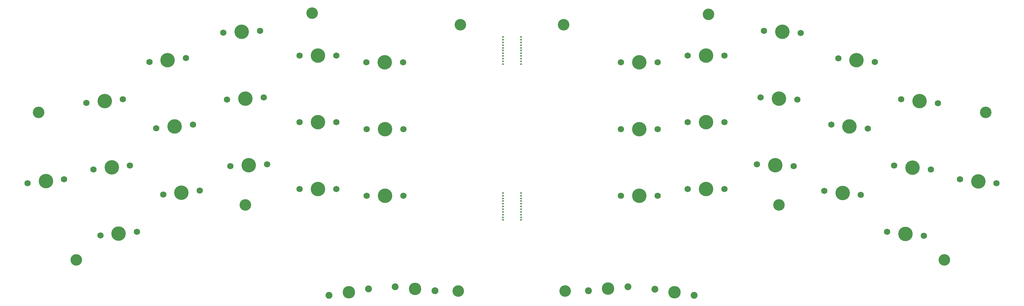
<source format=gbr>
%TF.GenerationSoftware,KiCad,Pcbnew,7.0.9*%
%TF.CreationDate,2024-02-19T09:25:46+08:00*%
%TF.ProjectId,ascend,61736365-6e64-42e6-9b69-6361645f7063,v1.2*%
%TF.SameCoordinates,Original*%
%TF.FileFunction,NonPlated,1,2,NPTH,Drill*%
%TF.FilePolarity,Positive*%
%FSLAX46Y46*%
G04 Gerber Fmt 4.6, Leading zero omitted, Abs format (unit mm)*
G04 Created by KiCad (PCBNEW 7.0.9) date 2024-02-19 09:25:46*
%MOMM*%
%LPD*%
G01*
G04 APERTURE LIST*
%TA.AperFunction,ComponentDrill*%
%ADD10C,0.500000*%
%TD*%
%TA.AperFunction,ComponentDrill*%
%ADD11C,1.750000*%
%TD*%
%TA.AperFunction,ComponentDrill*%
%ADD12C,1.900000*%
%TD*%
%TA.AperFunction,ComponentDrill*%
%ADD13C,3.200000*%
%TD*%
%TA.AperFunction,ComponentDrill*%
%ADD14C,3.450000*%
%TD*%
%TA.AperFunction,ComponentDrill*%
%ADD15C,4.000000*%
%TD*%
G04 APERTURE END LIST*
D10*
%TO.C,mouse-bite-5mm-slot*%
X216760885Y-153807257D03*
X216760885Y-154557257D03*
X216760885Y-155307257D03*
X216760885Y-156057257D03*
X216760885Y-156807257D03*
X216760885Y-157557257D03*
X216760885Y-158307257D03*
X216760885Y-159057257D03*
X216760885Y-159807257D03*
X216760885Y-160557257D03*
X216760885Y-160557257D03*
X216760885Y-161307257D03*
X216790885Y-110567770D03*
X216790885Y-111317770D03*
X216790885Y-112067770D03*
X216790885Y-112817770D03*
X216790885Y-113567770D03*
X216790885Y-114317770D03*
X216790885Y-115067770D03*
X216790885Y-115817770D03*
X216790885Y-116567770D03*
X216790885Y-117317770D03*
X216790885Y-117317770D03*
X216790885Y-118067770D03*
X221760885Y-153807257D03*
X221760885Y-154557257D03*
X221760885Y-155307257D03*
X221760885Y-156057257D03*
X221760885Y-156807257D03*
X221760885Y-157557257D03*
X221760885Y-158307257D03*
X221760885Y-159057257D03*
X221760885Y-159807257D03*
X221760885Y-160557257D03*
X221760885Y-160557257D03*
X221760885Y-161307257D03*
X221790885Y-110567770D03*
X221790885Y-111317770D03*
X221790885Y-112067770D03*
X221790885Y-112817770D03*
X221790885Y-113567770D03*
X221790885Y-114317770D03*
X221790885Y-115067770D03*
X221790885Y-115817770D03*
X221790885Y-116567770D03*
X221790885Y-117317770D03*
X221790885Y-117317770D03*
X221790885Y-118067770D03*
D11*
%TO.C,S1*%
X85377526Y-151087618D03*
X95481868Y-150025608D03*
%TO.C,S2*%
X101643800Y-128865591D03*
%TO.C,S3*%
X103577578Y-147264246D03*
%TO.C,S4*%
X105506125Y-165613176D03*
%TO.C,S2*%
X111748142Y-127803581D03*
%TO.C,S3*%
X113681920Y-146202236D03*
%TO.C,S4*%
X115610467Y-164551166D03*
%TO.C,S5*%
X119049435Y-117483858D03*
%TO.C,S6*%
X120983213Y-135882513D03*
%TO.C,S7*%
X122862036Y-154236669D03*
%TO.C,S5*%
X129153777Y-116421848D03*
%TO.C,S6*%
X131087555Y-134820503D03*
%TO.C,S7*%
X132966378Y-153174659D03*
%TO.C,S8*%
X139505545Y-109415119D03*
%TO.C,S9*%
X140473761Y-127889765D03*
%TO.C,S10*%
X141441975Y-146364413D03*
%TO.C,S8*%
X149651621Y-108883385D03*
%TO.C,S9*%
X150619837Y-127358031D03*
%TO.C,S10*%
X151588051Y-145832679D03*
%TO.C,S11*%
X160565885Y-115702257D03*
%TO.C,S12*%
X160565885Y-134202257D03*
%TO.C,S13*%
X160565885Y-152702257D03*
%TO.C,S11*%
X170725885Y-115702257D03*
%TO.C,S12*%
X170725885Y-134202257D03*
%TO.C,S13*%
X170725885Y-152702257D03*
%TO.C,S15*%
X179015885Y-117602257D03*
%TO.C,S16*%
X179065885Y-136102257D03*
%TO.C,S17*%
X179065885Y-154602257D03*
%TO.C,S15*%
X189175885Y-117602257D03*
%TO.C,S16*%
X189225885Y-136102257D03*
%TO.C,S17*%
X189225885Y-154602257D03*
%TO.C,S1_r1*%
X249365885Y-117602257D03*
%TO.C,S2_r1*%
X249365885Y-136102257D03*
%TO.C,S3_r1*%
X249365885Y-154602257D03*
%TO.C,S1_r1*%
X259525885Y-117602257D03*
%TO.C,S2_r1*%
X259525885Y-136102257D03*
%TO.C,S3_r1*%
X259525885Y-154602257D03*
%TO.C,S5_r1*%
X267865885Y-115702257D03*
%TO.C,S6_r1*%
X267865885Y-134202257D03*
%TO.C,S7_r1*%
X267865885Y-152702257D03*
%TO.C,S5_r1*%
X278025885Y-115702257D03*
%TO.C,S6_r1*%
X278025885Y-134202257D03*
%TO.C,S7_r1*%
X278025885Y-152702257D03*
%TO.C,S11_r1*%
X287000560Y-145835199D03*
%TO.C,S10_r1*%
X287968775Y-127360554D03*
%TO.C,S9_r1*%
X288936992Y-108885907D03*
%TO.C,S11_r1*%
X297146636Y-146366933D03*
%TO.C,S10_r1*%
X298114851Y-127892288D03*
%TO.C,S9_r1*%
X299083068Y-109417641D03*
%TO.C,S14_r1*%
X305598616Y-153260680D03*
%TO.C,S13_r1*%
X307532392Y-134862025D03*
%TO.C,S12_r1*%
X309466171Y-116463369D03*
%TO.C,S14_r1*%
X315702958Y-154322690D03*
%TO.C,S13_r1*%
X317636734Y-135924035D03*
%TO.C,S12_r1*%
X319570513Y-117525379D03*
%TO.C,S17_r1*%
X322982001Y-164614937D03*
%TO.C,S16_r1*%
X324938029Y-146243759D03*
%TO.C,S15_r1*%
X326871803Y-127845104D03*
%TO.C,S17_r1*%
X333086343Y-165676947D03*
%TO.C,S16_r1*%
X335042371Y-147305769D03*
%TO.C,S15_r1*%
X336976145Y-128907114D03*
%TO.C,S18_r1*%
X343115829Y-150039651D03*
X353220171Y-151101661D03*
D12*
%TO.C,S14*%
X168724952Y-182168430D03*
X179589524Y-180447650D03*
%TO.C,S18*%
X187014088Y-179798218D03*
X197953828Y-180948032D03*
%TO.C,S4_r1*%
X240384100Y-180940224D03*
X251323840Y-179790410D03*
%TO.C,S8_r1*%
X258747782Y-180459078D03*
X269612354Y-182179858D03*
D13*
%TO.C,H1*%
X88396799Y-131433898D03*
%TO.C,H3*%
X98874299Y-172391398D03*
%TO.C,H5*%
X145546799Y-157151398D03*
%TO.C,H2*%
X164028385Y-103922257D03*
%TO.C,H4*%
X204459313Y-180966421D03*
%TO.C,H6*%
X205010885Y-107152257D03*
%TO.C,H12*%
X233585885Y-107152257D03*
%TO.C,H10*%
X233986813Y-180966421D03*
%TO.C,H8*%
X273590885Y-104294757D03*
%TO.C,H11*%
X293041813Y-157153921D03*
%TO.C,H9*%
X338761813Y-172393921D03*
%TO.C,H7*%
X350191813Y-131436421D03*
D14*
%TO.C,S14*%
X174157238Y-181308040D03*
%TO.C,S18*%
X192483958Y-180373125D03*
%TO.C,S4_r1*%
X245853970Y-180365317D03*
%TO.C,S8_r1*%
X264180068Y-181319468D03*
D15*
%TO.C,S1*%
X90429697Y-150556613D03*
%TO.C,S2*%
X106695971Y-128334586D03*
%TO.C,S3*%
X108629749Y-146733241D03*
%TO.C,S4*%
X110558296Y-165082171D03*
%TO.C,S5*%
X124101606Y-116952853D03*
%TO.C,S6*%
X126035384Y-135351508D03*
%TO.C,S7*%
X127914207Y-153705664D03*
%TO.C,S8*%
X144578583Y-109149252D03*
%TO.C,S9*%
X145546799Y-127623898D03*
%TO.C,S10*%
X146515013Y-146098546D03*
%TO.C,S11*%
X165645885Y-115702257D03*
%TO.C,S12*%
X165645885Y-134202257D03*
%TO.C,S13*%
X165645885Y-152702257D03*
%TO.C,S15*%
X184095885Y-117602257D03*
%TO.C,S16*%
X184145885Y-136102257D03*
%TO.C,S17*%
X184145885Y-154602257D03*
%TO.C,S1_r1*%
X254445885Y-117602257D03*
%TO.C,S2_r1*%
X254445885Y-136102257D03*
%TO.C,S3_r1*%
X254445885Y-154602257D03*
%TO.C,S5_r1*%
X272945885Y-115702257D03*
%TO.C,S6_r1*%
X272945885Y-134202257D03*
%TO.C,S7_r1*%
X272945885Y-152702257D03*
%TO.C,S11_r1*%
X292073598Y-146101066D03*
%TO.C,S10_r1*%
X293041813Y-127626421D03*
%TO.C,S9_r1*%
X294010030Y-109151774D03*
%TO.C,S14_r1*%
X310650787Y-153791685D03*
%TO.C,S13_r1*%
X312584563Y-135393030D03*
%TO.C,S12_r1*%
X314518342Y-116994374D03*
%TO.C,S17_r1*%
X328034172Y-165145942D03*
%TO.C,S16_r1*%
X329990200Y-146774764D03*
%TO.C,S15_r1*%
X331923974Y-128376109D03*
%TO.C,S18_r1*%
X348168000Y-150570656D03*
M02*

</source>
